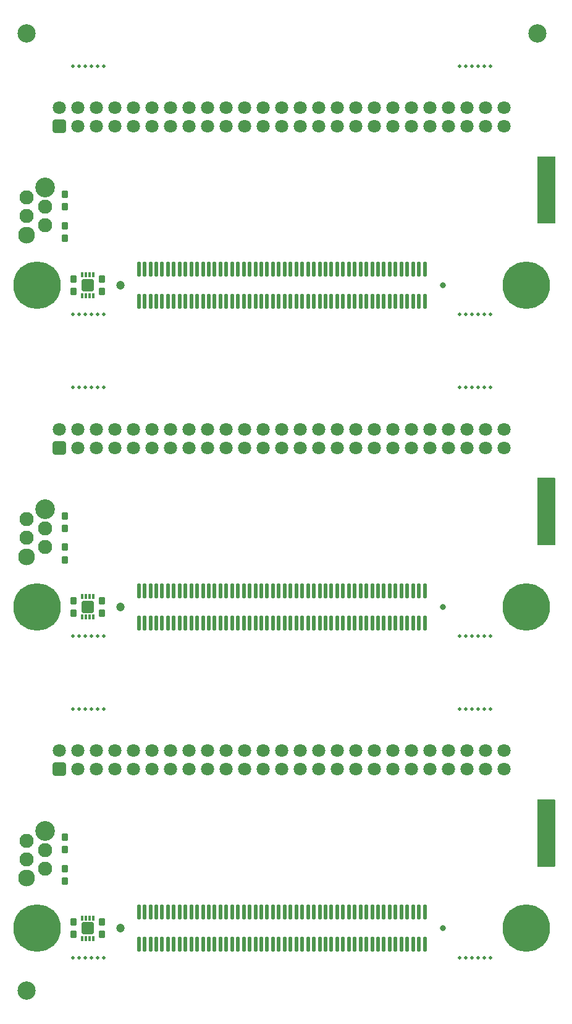
<source format=gts>
G04 #@! TF.GenerationSoftware,KiCad,Pcbnew,8.0.6*
G04 #@! TF.CreationDate,2024-11-07T02:27:35-08:00*
G04 #@! TF.ProjectId,mse-50-idc-panel,6d73652d-3530-42d6-9964-632d70616e65,1*
G04 #@! TF.SameCoordinates,Original*
G04 #@! TF.FileFunction,Soldermask,Top*
G04 #@! TF.FilePolarity,Negative*
%FSLAX46Y46*%
G04 Gerber Fmt 4.6, Leading zero omitted, Abs format (unit mm)*
G04 Created by KiCad (PCBNEW 8.0.6) date 2024-11-07 02:27:35*
%MOMM*%
%LPD*%
G01*
G04 APERTURE LIST*
G04 Aperture macros list*
%AMRoundRect*
0 Rectangle with rounded corners*
0 $1 Rounding radius*
0 $2 $3 $4 $5 $6 $7 $8 $9 X,Y pos of 4 corners*
0 Add a 4 corners polygon primitive as box body*
4,1,4,$2,$3,$4,$5,$6,$7,$8,$9,$2,$3,0*
0 Add four circle primitives for the rounded corners*
1,1,$1+$1,$2,$3*
1,1,$1+$1,$4,$5*
1,1,$1+$1,$6,$7*
1,1,$1+$1,$8,$9*
0 Add four rect primitives between the rounded corners*
20,1,$1+$1,$2,$3,$4,$5,0*
20,1,$1+$1,$4,$5,$6,$7,0*
20,1,$1+$1,$6,$7,$8,$9,0*
20,1,$1+$1,$8,$9,$2,$3,0*%
G04 Aperture macros list end*
%ADD10C,0.500000*%
%ADD11RoundRect,0.264706X0.635294X-0.635294X0.635294X0.635294X-0.635294X0.635294X-0.635294X-0.635294X0*%
%ADD12C,1.800000*%
%ADD13C,6.500000*%
%ADD14RoundRect,0.062500X0.137500X-0.287500X0.137500X0.287500X-0.137500X0.287500X-0.137500X-0.287500X0*%
%ADD15RoundRect,0.265625X0.584375X-0.584375X0.584375X0.584375X-0.584375X0.584375X-0.584375X-0.584375X0*%
%ADD16RoundRect,0.225000X-0.225000X0.275000X-0.225000X-0.275000X0.225000X-0.275000X0.225000X0.275000X0*%
%ADD17C,2.300000*%
%ADD18C,2.700000*%
%ADD19C,1.950000*%
%ADD20RoundRect,0.225000X0.225000X-0.275000X0.225000X0.275000X-0.225000X0.275000X-0.225000X-0.275000X0*%
%ADD21C,0.800000*%
%ADD22C,1.200000*%
%ADD23RoundRect,0.125000X0.125000X0.925000X-0.125000X0.925000X-0.125000X-0.925000X0.125000X-0.925000X0*%
%ADD24C,2.500000*%
G04 APERTURE END LIST*
D10*
G04 #@! TO.C,KiKit_MB_9_2*
X-9739401Y7002000D03*
G04 #@! TD*
G04 #@! TO.C,KiKit_MB_4_1*
X-61899000Y95002000D03*
G04 #@! TD*
G04 #@! TO.C,KiKit_MB_5_5*
X-12260600Y51002000D03*
G04 #@! TD*
G04 #@! TO.C,KiKit_MB_11_4*
X-10579801Y41002000D03*
G04 #@! TD*
G04 #@! TO.C,KiKit_MB_4_3*
X-63579800Y95002000D03*
G04 #@! TD*
G04 #@! TO.C,KiKit_MB_9_1*
X-8899001Y7002000D03*
G04 #@! TD*
D11*
G04 #@! TO.C,J2*
X-67980000Y32762000D03*
D12*
X-67980000Y35302000D03*
X-65440000Y32762000D03*
X-65440000Y35302000D03*
X-62900001Y32762000D03*
X-62900000Y35302000D03*
X-60360000Y32762000D03*
X-60360000Y35302000D03*
X-57820000Y32762000D03*
X-57820000Y35302000D03*
X-55280000Y32762000D03*
X-55280000Y35302000D03*
X-52740000Y32762000D03*
X-52740000Y35302000D03*
X-50199999Y32762000D03*
X-50200000Y35302000D03*
X-47660000Y32762000D03*
X-47660000Y35302000D03*
X-45120000Y32762000D03*
X-45120000Y35302000D03*
X-42580000Y32762000D03*
X-42580000Y35302000D03*
X-40040001Y32762000D03*
X-40040000Y35302000D03*
X-37500000Y32762000D03*
X-37500000Y35302000D03*
X-34960000Y32762000D03*
X-34960000Y35302000D03*
X-32420000Y32762000D03*
X-32420000Y35302000D03*
X-29880001Y32762000D03*
X-29880000Y35302000D03*
X-27339999Y32762000D03*
X-27340000Y35302000D03*
X-24800000Y32762000D03*
X-24800000Y35302000D03*
X-22260000Y32762000D03*
X-22260000Y35302000D03*
X-19720000Y32762000D03*
X-19720000Y35302000D03*
X-17180001Y32762000D03*
X-17180000Y35302000D03*
X-14640000Y32762000D03*
X-14640000Y35302000D03*
X-12100000Y32762000D03*
X-12100000Y35302000D03*
X-9560000Y32762000D03*
X-9560000Y35302000D03*
X-7020001Y32762000D03*
X-7020000Y35302000D03*
G04 #@! TD*
D10*
G04 #@! TO.C,KiKit_MB_3_2*
X-12260600Y129002000D03*
G04 #@! TD*
G04 #@! TO.C,KiKit_MB_10_6*
X-61899000Y41002000D03*
G04 #@! TD*
G04 #@! TO.C,KiKit_MB_2_3*
X-64420199Y129002000D03*
G04 #@! TD*
G04 #@! TO.C,KiKit_MB_8_1*
X-61899000Y51002000D03*
G04 #@! TD*
G04 #@! TO.C,KiKit_MB_5_3*
X-10579801Y51002000D03*
G04 #@! TD*
D13*
G04 #@! TO.C,H3*
X-71000000Y11002000D03*
G04 #@! TD*
D14*
G04 #@! TO.C,U1*
X-64850001Y97602000D03*
X-64350000Y97602000D03*
X-63850000Y97602000D03*
X-63349999Y97602000D03*
X-63349999Y100402000D03*
X-63850000Y100402000D03*
X-64350000Y100402000D03*
X-64850001Y100402000D03*
D15*
X-64100000Y99002000D03*
G04 #@! TD*
D11*
G04 #@! TO.C,J2*
X-67980000Y76762000D03*
D12*
X-67980000Y79302000D03*
X-65440000Y76762000D03*
X-65440000Y79302000D03*
X-62900001Y76762000D03*
X-62900000Y79302000D03*
X-60360000Y76762000D03*
X-60360000Y79302000D03*
X-57820000Y76762000D03*
X-57820000Y79302000D03*
X-55280000Y76762000D03*
X-55280000Y79302000D03*
X-52740000Y76762000D03*
X-52740000Y79302000D03*
X-50199999Y76762000D03*
X-50200000Y79302000D03*
X-47660000Y76762000D03*
X-47660000Y79302000D03*
X-45120000Y76762000D03*
X-45120000Y79302000D03*
X-42580000Y76762000D03*
X-42580000Y79302000D03*
X-40040001Y76762000D03*
X-40040000Y79302000D03*
X-37500000Y76762000D03*
X-37500000Y79302000D03*
X-34960000Y76762000D03*
X-34960000Y79302000D03*
X-32420000Y76762000D03*
X-32420000Y79302000D03*
X-29880001Y76762000D03*
X-29880000Y79302000D03*
X-27339999Y76762000D03*
X-27340000Y79302000D03*
X-24800000Y76762000D03*
X-24800000Y79302000D03*
X-22260000Y76762000D03*
X-22260000Y79302000D03*
X-19720000Y76762000D03*
X-19720000Y79302000D03*
X-17180001Y76762000D03*
X-17180000Y79302000D03*
X-14640000Y76762000D03*
X-14640000Y79302000D03*
X-12100000Y76762000D03*
X-12100000Y79302000D03*
X-9560000Y76762000D03*
X-9560000Y79302000D03*
X-7020001Y76762000D03*
X-7020000Y79302000D03*
G04 #@! TD*
D16*
G04 #@! TO.C,R2*
X-67200000Y23452000D03*
X-67200000Y21752000D03*
G04 #@! TD*
D10*
G04 #@! TO.C,KiKit_MB_1_4*
X-11420200Y95002000D03*
G04 #@! TD*
G04 #@! TO.C,KiKit_MB_1_6*
X-13101000Y95002000D03*
G04 #@! TD*
D17*
G04 #@! TO.C,J3*
X-72440000Y61872000D03*
D18*
X-69900000Y68342000D03*
D19*
X-72440000Y67012000D03*
X-69900000Y65742000D03*
X-72440000Y64472000D03*
X-69900000Y63202000D03*
G04 #@! TD*
D10*
G04 #@! TO.C,KiKit_MB_7_4*
X-10579801Y85002000D03*
G04 #@! TD*
G04 #@! TO.C,KiKit_MB_6_3*
X-64420199Y85002000D03*
G04 #@! TD*
D16*
G04 #@! TO.C,R2*
X-67200000Y111452000D03*
X-67200000Y109752000D03*
G04 #@! TD*
D10*
G04 #@! TO.C,KiKit_MB_3_3*
X-11420200Y129002000D03*
G04 #@! TD*
D20*
G04 #@! TO.C,R1*
X-62150000Y54152000D03*
X-62150000Y55852000D03*
G04 #@! TD*
D16*
G04 #@! TO.C,R2*
X-67200000Y67452000D03*
X-67200000Y65752000D03*
G04 #@! TD*
D10*
G04 #@! TO.C,KiKit_MB_5_4*
X-11420200Y51002000D03*
G04 #@! TD*
G04 #@! TO.C,KiKit_MB_11_2*
X-12260600Y41002000D03*
G04 #@! TD*
G04 #@! TO.C,KiKit_MB_10_2*
X-65260599Y41002000D03*
G04 #@! TD*
G04 #@! TO.C,KiKit_MB_10_4*
X-63579800Y41002000D03*
G04 #@! TD*
G04 #@! TO.C,KiKit_MB_5_6*
X-13101000Y51002000D03*
G04 #@! TD*
G04 #@! TO.C,KiKit_MB_5_2*
X-9739401Y51002000D03*
G04 #@! TD*
G04 #@! TO.C,KiKit_MB_11_5*
X-9739401Y41002000D03*
G04 #@! TD*
D21*
G04 #@! TO.C,J1*
X-15400000Y11002000D03*
D22*
X-59600000Y11002000D03*
D23*
X-57100000Y8802000D03*
X-57100000Y13202000D03*
X-56300000Y8802001D03*
X-56300000Y13201999D03*
X-55500000Y8802000D03*
X-55500000Y13202000D03*
X-54700001Y8802000D03*
X-54700001Y13202000D03*
X-53900000Y8802000D03*
X-53900000Y13202000D03*
X-53100000Y8802000D03*
X-53100000Y13202000D03*
X-52299999Y8802000D03*
X-52299999Y13202000D03*
X-51500000Y8802000D03*
X-51500000Y13202000D03*
X-50700000Y8802001D03*
X-50700000Y13201999D03*
X-49900000Y8802000D03*
X-49900000Y13202000D03*
X-49100000Y8802000D03*
X-49100000Y13202000D03*
X-48300000Y8802000D03*
X-48300000Y13202000D03*
X-47500000Y8802000D03*
X-47500000Y13202000D03*
X-46699999Y8802000D03*
X-46699999Y13202000D03*
X-45900000Y8802000D03*
X-45900000Y13202000D03*
X-45100000Y8802001D03*
X-45100000Y13201999D03*
X-44300000Y8802000D03*
X-44300000Y13202000D03*
X-43500000Y8802000D03*
X-43500000Y13202000D03*
X-42700000Y8802000D03*
X-42700000Y13202000D03*
X-41900000Y8802000D03*
X-41900000Y13202000D03*
X-41099999Y8802000D03*
X-41099999Y13202000D03*
X-40300000Y8802000D03*
X-40300000Y13202000D03*
X-39500000Y8802001D03*
X-39500000Y13201999D03*
X-38700000Y8802000D03*
X-38700000Y13202000D03*
X-37900000Y8802000D03*
X-37900000Y13202000D03*
X-37100000Y8802000D03*
X-37100000Y13202000D03*
X-36300000Y8802000D03*
X-36300000Y13202000D03*
X-35500000Y8802001D03*
X-35500000Y13201999D03*
X-34700000Y8802000D03*
X-34700000Y13202000D03*
X-33900001Y8802000D03*
X-33900001Y13202000D03*
X-33100000Y8802000D03*
X-33100000Y13202000D03*
X-32300000Y8802000D03*
X-32300000Y13202000D03*
X-31500000Y8802000D03*
X-31500000Y13202000D03*
X-30700000Y8802000D03*
X-30700000Y13202000D03*
X-29900000Y8802001D03*
X-29900000Y13201999D03*
X-29100000Y8802000D03*
X-29100000Y13202000D03*
X-28300001Y8802000D03*
X-28300001Y13202000D03*
X-27500000Y8802000D03*
X-27500000Y13202000D03*
X-26700000Y8802000D03*
X-26700000Y13202000D03*
X-25900000Y8802000D03*
X-25900000Y13202000D03*
X-25100000Y8802000D03*
X-25100000Y13202000D03*
X-24300000Y8802001D03*
X-24300000Y13201999D03*
X-23500000Y8802000D03*
X-23500000Y13202000D03*
X-22700001Y8802000D03*
X-22700001Y13202000D03*
X-21900000Y8802000D03*
X-21900000Y13202000D03*
X-21100000Y8802000D03*
X-21100000Y13202000D03*
X-20299999Y8802000D03*
X-20299999Y13202000D03*
X-19500000Y8802000D03*
X-19500000Y13202000D03*
X-18700000Y8802001D03*
X-18700000Y13201999D03*
X-17900000Y8802000D03*
X-17900000Y13202000D03*
G04 #@! TD*
D10*
G04 #@! TO.C,KiKit_MB_12_2*
X-62739400Y7002000D03*
G04 #@! TD*
D20*
G04 #@! TO.C,R3*
X-67200000Y105452000D03*
X-67200000Y107152000D03*
G04 #@! TD*
G04 #@! TO.C,R1*
X-62150000Y10152000D03*
X-62150000Y11852000D03*
G04 #@! TD*
D13*
G04 #@! TO.C,H4*
X-4000000Y99002000D03*
G04 #@! TD*
D10*
G04 #@! TO.C,KiKit_MB_3_5*
X-9739401Y129002000D03*
G04 #@! TD*
G04 #@! TO.C,KiKit_MB_8_3*
X-63579800Y51002000D03*
G04 #@! TD*
D13*
G04 #@! TO.C,H3*
X-71000000Y99002000D03*
G04 #@! TD*
D20*
G04 #@! TO.C,R1*
X-62150000Y98152000D03*
X-62150000Y99852000D03*
G04 #@! TD*
G04 #@! TO.C,R3*
X-67200000Y61452000D03*
X-67200000Y63152000D03*
G04 #@! TD*
D10*
G04 #@! TO.C,KiKit_MB_3_1*
X-13101000Y129002000D03*
G04 #@! TD*
G04 #@! TO.C,KiKit_MB_4_4*
X-64420199Y95002000D03*
G04 #@! TD*
G04 #@! TO.C,KiKit_MB_2_6*
X-61899000Y129002000D03*
G04 #@! TD*
G04 #@! TO.C,KiKit_MB_7_2*
X-12260600Y85002000D03*
G04 #@! TD*
D24*
G04 #@! TO.C,KiKit_FID_T_1*
X-72500000Y133503500D03*
G04 #@! TD*
D10*
G04 #@! TO.C,KiKit_MB_7_6*
X-8899001Y85002000D03*
G04 #@! TD*
G04 #@! TO.C,KiKit_MB_1_1*
X-8899001Y95002000D03*
G04 #@! TD*
D13*
G04 #@! TO.C,H4*
X-4000000Y11002000D03*
G04 #@! TD*
D10*
G04 #@! TO.C,KiKit_MB_11_3*
X-11420200Y41002000D03*
G04 #@! TD*
G04 #@! TO.C,KiKit_MB_3_6*
X-8899001Y129002000D03*
G04 #@! TD*
G04 #@! TO.C,KiKit_MB_4_2*
X-62739400Y95002000D03*
G04 #@! TD*
G04 #@! TO.C,KiKit_MB_7_5*
X-9739401Y85002000D03*
G04 #@! TD*
D20*
G04 #@! TO.C,R3*
X-67200000Y17452000D03*
X-67200000Y19152000D03*
G04 #@! TD*
D10*
G04 #@! TO.C,KiKit_MB_10_5*
X-62739400Y41002000D03*
G04 #@! TD*
G04 #@! TO.C,KiKit_MB_9_5*
X-12260600Y7002000D03*
G04 #@! TD*
G04 #@! TO.C,KiKit_MB_10_3*
X-64420199Y41002000D03*
G04 #@! TD*
G04 #@! TO.C,KiKit_MB_8_4*
X-64420199Y51002000D03*
G04 #@! TD*
D14*
G04 #@! TO.C,U1*
X-64850001Y53602000D03*
X-64350000Y53602000D03*
X-63850000Y53602000D03*
X-63349999Y53602000D03*
X-63349999Y56402000D03*
X-63850000Y56402000D03*
X-64350000Y56402000D03*
X-64850001Y56402000D03*
D15*
X-64100000Y55002000D03*
G04 #@! TD*
D10*
G04 #@! TO.C,KiKit_MB_7_1*
X-13101000Y85002000D03*
G04 #@! TD*
G04 #@! TO.C,KiKit_MB_2_4*
X-63579800Y129002000D03*
G04 #@! TD*
G04 #@! TO.C,KiKit_MB_8_6*
X-66100999Y51002000D03*
G04 #@! TD*
G04 #@! TO.C,KiKit_MB_4_5*
X-65260599Y95002000D03*
G04 #@! TD*
D20*
G04 #@! TO.C,C1*
X-66050000Y10152000D03*
X-66050000Y11852000D03*
G04 #@! TD*
D10*
G04 #@! TO.C,KiKit_MB_6_6*
X-61899000Y85002000D03*
G04 #@! TD*
D11*
G04 #@! TO.C,J2*
X-67980000Y120762000D03*
D12*
X-67980000Y123302000D03*
X-65440000Y120762000D03*
X-65440000Y123302000D03*
X-62900001Y120762000D03*
X-62900000Y123302000D03*
X-60360000Y120762000D03*
X-60360000Y123302000D03*
X-57820000Y120762000D03*
X-57820000Y123302000D03*
X-55280000Y120762000D03*
X-55280000Y123302000D03*
X-52740000Y120762000D03*
X-52740000Y123302000D03*
X-50199999Y120762000D03*
X-50200000Y123302000D03*
X-47660000Y120762000D03*
X-47660000Y123302000D03*
X-45120000Y120762000D03*
X-45120000Y123302000D03*
X-42580000Y120762000D03*
X-42580000Y123302000D03*
X-40040001Y120762000D03*
X-40040000Y123302000D03*
X-37500000Y120762000D03*
X-37500000Y123302000D03*
X-34960000Y120762000D03*
X-34960000Y123302000D03*
X-32420000Y120762000D03*
X-32420000Y123302000D03*
X-29880001Y120762000D03*
X-29880000Y123302000D03*
X-27339999Y120762000D03*
X-27340000Y123302000D03*
X-24800000Y120762000D03*
X-24800000Y123302000D03*
X-22260000Y120762000D03*
X-22260000Y123302000D03*
X-19720000Y120762000D03*
X-19720000Y123302000D03*
X-17180001Y120762000D03*
X-17180000Y123302000D03*
X-14640000Y120762000D03*
X-14640000Y123302000D03*
X-12100000Y120762000D03*
X-12100000Y123302000D03*
X-9560000Y120762000D03*
X-9560000Y123302000D03*
X-7020001Y120762000D03*
X-7020000Y123302000D03*
G04 #@! TD*
D10*
G04 #@! TO.C,KiKit_MB_6_1*
X-66100999Y85002000D03*
G04 #@! TD*
D20*
G04 #@! TO.C,C1*
X-66050000Y54152000D03*
X-66050000Y55852000D03*
G04 #@! TD*
D10*
G04 #@! TO.C,KiKit_MB_1_3*
X-10579801Y95002000D03*
G04 #@! TD*
G04 #@! TO.C,KiKit_MB_9_3*
X-10579801Y7002000D03*
G04 #@! TD*
G04 #@! TO.C,KiKit_MB_2_1*
X-66100999Y129002000D03*
G04 #@! TD*
G04 #@! TO.C,KiKit_MB_8_2*
X-62739400Y51002000D03*
G04 #@! TD*
G04 #@! TO.C,KiKit_MB_1_5*
X-12260600Y95002000D03*
G04 #@! TD*
D13*
G04 #@! TO.C,H4*
X-4000000Y55002000D03*
G04 #@! TD*
D10*
G04 #@! TO.C,KiKit_MB_12_1*
X-61899000Y7002000D03*
G04 #@! TD*
D13*
G04 #@! TO.C,H3*
X-71000000Y55002000D03*
G04 #@! TD*
D17*
G04 #@! TO.C,J3*
X-72440000Y105872000D03*
D18*
X-69900000Y112342000D03*
D19*
X-72440000Y111012000D03*
X-69900000Y109742000D03*
X-72440000Y108472000D03*
X-69900000Y107202000D03*
G04 #@! TD*
D10*
G04 #@! TO.C,KiKit_MB_10_1*
X-66100999Y41002000D03*
G04 #@! TD*
G04 #@! TO.C,KiKit_MB_11_6*
X-8899001Y41002000D03*
G04 #@! TD*
D17*
G04 #@! TO.C,J3*
X-72440000Y17872000D03*
D18*
X-69900000Y24342000D03*
D19*
X-72440000Y23012000D03*
X-69900000Y21742000D03*
X-72440000Y20472000D03*
X-69900000Y19202000D03*
G04 #@! TD*
D10*
G04 #@! TO.C,KiKit_MB_12_4*
X-64420199Y7002000D03*
G04 #@! TD*
G04 #@! TO.C,KiKit_MB_6_2*
X-65260599Y85002000D03*
G04 #@! TD*
D14*
G04 #@! TO.C,U1*
X-64850001Y9602000D03*
X-64350000Y9602000D03*
X-63850000Y9602000D03*
X-63349999Y9602000D03*
X-63349999Y12402000D03*
X-63850000Y12402000D03*
X-64350000Y12402000D03*
X-64850001Y12402000D03*
D15*
X-64100000Y11002000D03*
G04 #@! TD*
D10*
G04 #@! TO.C,KiKit_MB_6_5*
X-62739400Y85002000D03*
G04 #@! TD*
G04 #@! TO.C,KiKit_MB_2_2*
X-65260599Y129002000D03*
G04 #@! TD*
G04 #@! TO.C,KiKit_MB_1_2*
X-9739401Y95002000D03*
G04 #@! TD*
G04 #@! TO.C,KiKit_MB_11_1*
X-13101000Y41002000D03*
G04 #@! TD*
G04 #@! TO.C,KiKit_MB_12_3*
X-63579800Y7002000D03*
G04 #@! TD*
G04 #@! TO.C,KiKit_MB_3_4*
X-10579801Y129002000D03*
G04 #@! TD*
G04 #@! TO.C,KiKit_MB_7_3*
X-11420200Y85002000D03*
G04 #@! TD*
D21*
G04 #@! TO.C,J1*
X-15400000Y55002000D03*
D22*
X-59600000Y55002000D03*
D23*
X-57100000Y52802000D03*
X-57100000Y57202000D03*
X-56300000Y52802001D03*
X-56300000Y57201999D03*
X-55500000Y52802000D03*
X-55500000Y57202000D03*
X-54700001Y52802000D03*
X-54700001Y57202000D03*
X-53900000Y52802000D03*
X-53900000Y57202000D03*
X-53100000Y52802000D03*
X-53100000Y57202000D03*
X-52299999Y52802000D03*
X-52299999Y57202000D03*
X-51500000Y52802000D03*
X-51500000Y57202000D03*
X-50700000Y52802001D03*
X-50700000Y57201999D03*
X-49900000Y52802000D03*
X-49900000Y57202000D03*
X-49100000Y52802000D03*
X-49100000Y57202000D03*
X-48300000Y52802000D03*
X-48300000Y57202000D03*
X-47500000Y52802000D03*
X-47500000Y57202000D03*
X-46699999Y52802000D03*
X-46699999Y57202000D03*
X-45900000Y52802000D03*
X-45900000Y57202000D03*
X-45100000Y52802001D03*
X-45100000Y57201999D03*
X-44300000Y52802000D03*
X-44300000Y57202000D03*
X-43500000Y52802000D03*
X-43500000Y57202000D03*
X-42700000Y52802000D03*
X-42700000Y57202000D03*
X-41900000Y52802000D03*
X-41900000Y57202000D03*
X-41099999Y52802000D03*
X-41099999Y57202000D03*
X-40300000Y52802000D03*
X-40300000Y57202000D03*
X-39500000Y52802001D03*
X-39500000Y57201999D03*
X-38700000Y52802000D03*
X-38700000Y57202000D03*
X-37900000Y52802000D03*
X-37900000Y57202000D03*
X-37100000Y52802000D03*
X-37100000Y57202000D03*
X-36300000Y52802000D03*
X-36300000Y57202000D03*
X-35500000Y52802001D03*
X-35500000Y57201999D03*
X-34700000Y52802000D03*
X-34700000Y57202000D03*
X-33900001Y52802000D03*
X-33900001Y57202000D03*
X-33100000Y52802000D03*
X-33100000Y57202000D03*
X-32300000Y52802000D03*
X-32300000Y57202000D03*
X-31500000Y52802000D03*
X-31500000Y57202000D03*
X-30700000Y52802000D03*
X-30700000Y57202000D03*
X-29900000Y52802001D03*
X-29900000Y57201999D03*
X-29100000Y52802000D03*
X-29100000Y57202000D03*
X-28300001Y52802000D03*
X-28300001Y57202000D03*
X-27500000Y52802000D03*
X-27500000Y57202000D03*
X-26700000Y52802000D03*
X-26700000Y57202000D03*
X-25900000Y52802000D03*
X-25900000Y57202000D03*
X-25100000Y52802000D03*
X-25100000Y57202000D03*
X-24300000Y52802001D03*
X-24300000Y57201999D03*
X-23500000Y52802000D03*
X-23500000Y57202000D03*
X-22700001Y52802000D03*
X-22700001Y57202000D03*
X-21900000Y52802000D03*
X-21900000Y57202000D03*
X-21100000Y52802000D03*
X-21100000Y57202000D03*
X-20299999Y52802000D03*
X-20299999Y57202000D03*
X-19500000Y52802000D03*
X-19500000Y57202000D03*
X-18700000Y52802001D03*
X-18700000Y57201999D03*
X-17900000Y52802000D03*
X-17900000Y57202000D03*
G04 #@! TD*
D10*
G04 #@! TO.C,KiKit_MB_6_4*
X-63579800Y85002000D03*
G04 #@! TD*
G04 #@! TO.C,KiKit_MB_8_5*
X-65260599Y51002000D03*
G04 #@! TD*
G04 #@! TO.C,KiKit_MB_12_5*
X-65260599Y7002000D03*
G04 #@! TD*
G04 #@! TO.C,KiKit_MB_12_6*
X-66100999Y7002000D03*
G04 #@! TD*
D24*
G04 #@! TO.C,KiKit_FID_T_3*
X-72500000Y2500000D03*
G04 #@! TD*
D10*
G04 #@! TO.C,KiKit_MB_9_6*
X-13101000Y7002000D03*
G04 #@! TD*
G04 #@! TO.C,KiKit_MB_2_5*
X-62739400Y129002000D03*
G04 #@! TD*
G04 #@! TO.C,KiKit_MB_4_6*
X-66100999Y95002000D03*
G04 #@! TD*
D24*
G04 #@! TO.C,KiKit_FID_T_2*
X-2500000Y133503500D03*
G04 #@! TD*
D10*
G04 #@! TO.C,KiKit_MB_5_1*
X-8899001Y51002000D03*
G04 #@! TD*
D21*
G04 #@! TO.C,J1*
X-15400000Y99002000D03*
D22*
X-59600000Y99002000D03*
D23*
X-57100000Y96802000D03*
X-57100000Y101202000D03*
X-56300000Y96802001D03*
X-56300000Y101201999D03*
X-55500000Y96802000D03*
X-55500000Y101202000D03*
X-54700001Y96802000D03*
X-54700001Y101202000D03*
X-53900000Y96802000D03*
X-53900000Y101202000D03*
X-53100000Y96802000D03*
X-53100000Y101202000D03*
X-52299999Y96802000D03*
X-52299999Y101202000D03*
X-51500000Y96802000D03*
X-51500000Y101202000D03*
X-50700000Y96802001D03*
X-50700000Y101201999D03*
X-49900000Y96802000D03*
X-49900000Y101202000D03*
X-49100000Y96802000D03*
X-49100000Y101202000D03*
X-48300000Y96802000D03*
X-48300000Y101202000D03*
X-47500000Y96802000D03*
X-47500000Y101202000D03*
X-46699999Y96802000D03*
X-46699999Y101202000D03*
X-45900000Y96802000D03*
X-45900000Y101202000D03*
X-45100000Y96802001D03*
X-45100000Y101201999D03*
X-44300000Y96802000D03*
X-44300000Y101202000D03*
X-43500000Y96802000D03*
X-43500000Y101202000D03*
X-42700000Y96802000D03*
X-42700000Y101202000D03*
X-41900000Y96802000D03*
X-41900000Y101202000D03*
X-41099999Y96802000D03*
X-41099999Y101202000D03*
X-40300000Y96802000D03*
X-40300000Y101202000D03*
X-39500000Y96802001D03*
X-39500000Y101201999D03*
X-38700000Y96802000D03*
X-38700000Y101202000D03*
X-37900000Y96802000D03*
X-37900000Y101202000D03*
X-37100000Y96802000D03*
X-37100000Y101202000D03*
X-36300000Y96802000D03*
X-36300000Y101202000D03*
X-35500000Y96802001D03*
X-35500000Y101201999D03*
X-34700000Y96802000D03*
X-34700000Y101202000D03*
X-33900001Y96802000D03*
X-33900001Y101202000D03*
X-33100000Y96802000D03*
X-33100000Y101202000D03*
X-32300000Y96802000D03*
X-32300000Y101202000D03*
X-31500000Y96802000D03*
X-31500000Y101202000D03*
X-30700000Y96802000D03*
X-30700000Y101202000D03*
X-29900000Y96802001D03*
X-29900000Y101201999D03*
X-29100000Y96802000D03*
X-29100000Y101202000D03*
X-28300001Y96802000D03*
X-28300001Y101202000D03*
X-27500000Y96802000D03*
X-27500000Y101202000D03*
X-26700000Y96802000D03*
X-26700000Y101202000D03*
X-25900000Y96802000D03*
X-25900000Y101202000D03*
X-25100000Y96802000D03*
X-25100000Y101202000D03*
X-24300000Y96802001D03*
X-24300000Y101201999D03*
X-23500000Y96802000D03*
X-23500000Y101202000D03*
X-22700001Y96802000D03*
X-22700001Y101202000D03*
X-21900000Y96802000D03*
X-21900000Y101202000D03*
X-21100000Y96802000D03*
X-21100000Y101202000D03*
X-20299999Y96802000D03*
X-20299999Y101202000D03*
X-19500000Y96802000D03*
X-19500000Y101202000D03*
X-18700000Y96802001D03*
X-18700000Y101201999D03*
X-17900000Y96802000D03*
X-17900000Y101202000D03*
G04 #@! TD*
D10*
G04 #@! TO.C,KiKit_MB_9_4*
X-11420200Y7002000D03*
G04 #@! TD*
D20*
G04 #@! TO.C,C1*
X-66050000Y98152000D03*
X-66050000Y99852000D03*
G04 #@! TD*
G36*
X-56961Y72632315D02*
G01*
X-11206Y72579511D01*
X0Y72528000D01*
X0Y63576000D01*
X-19685Y63508961D01*
X-72489Y63463206D01*
X-124000Y63452000D01*
X-2376000Y63452000D01*
X-2443039Y63471685D01*
X-2488794Y63524489D01*
X-2500000Y63576000D01*
X-2500000Y72528000D01*
X-2480315Y72595039D01*
X-2427511Y72640794D01*
X-2376000Y72652000D01*
X-124000Y72652000D01*
X-56961Y72632315D01*
G37*
G36*
X-56961Y28632315D02*
G01*
X-11206Y28579511D01*
X0Y28528000D01*
X0Y19576000D01*
X-19685Y19508961D01*
X-72489Y19463206D01*
X-124000Y19452000D01*
X-2376000Y19452000D01*
X-2443039Y19471685D01*
X-2488794Y19524489D01*
X-2500000Y19576000D01*
X-2500000Y28528000D01*
X-2480315Y28595039D01*
X-2427511Y28640794D01*
X-2376000Y28652000D01*
X-124000Y28652000D01*
X-56961Y28632315D01*
G37*
G36*
X-56961Y116632315D02*
G01*
X-11206Y116579511D01*
X0Y116528000D01*
X0Y107576000D01*
X-19685Y107508961D01*
X-72489Y107463206D01*
X-124000Y107452000D01*
X-2376000Y107452000D01*
X-2443039Y107471685D01*
X-2488794Y107524489D01*
X-2500000Y107576000D01*
X-2500000Y116528000D01*
X-2480315Y116595039D01*
X-2427511Y116640794D01*
X-2376000Y116652000D01*
X-124000Y116652000D01*
X-56961Y116632315D01*
G37*
M02*

</source>
